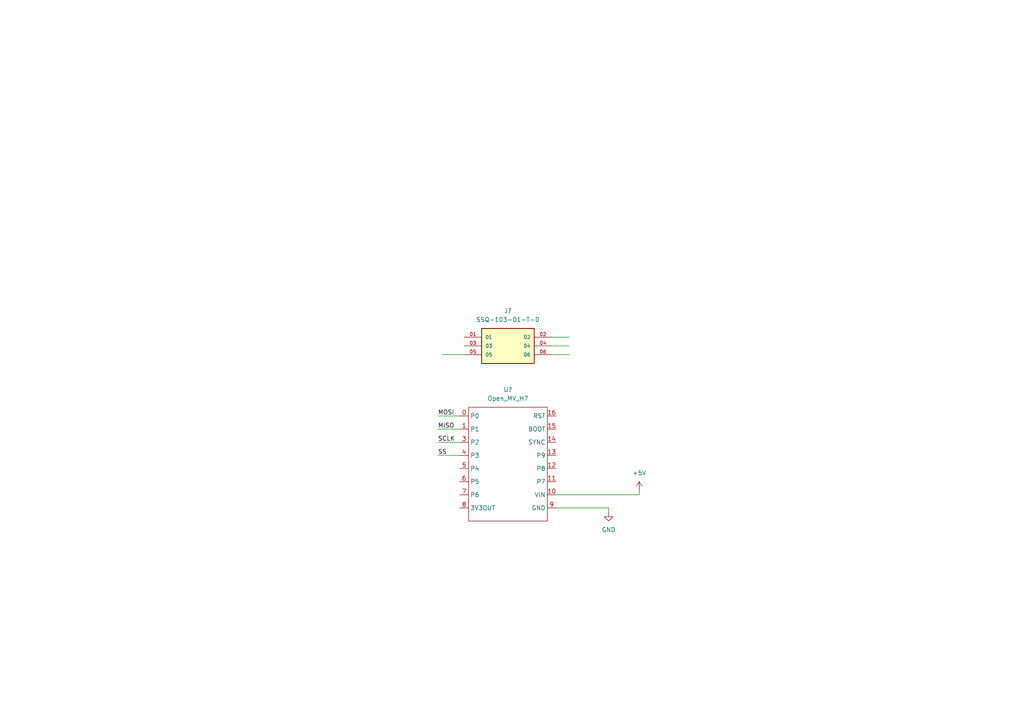
<source format=kicad_sch>
(kicad_sch (version 20211123) (generator eeschema)
  (paper "A4")
  (lib_symbols
    (symbol "New_Library:Open_MV_H7"
      (property "Reference" "U" (at 11.43 -34.29 0))
      (property "Value" "Open_MV_H7" (at 11.43 -36.83 0))
      (symbol "Open_MV_H7_0_0"
        (text "" (at -1.27 -34.29 0) (effects (font (size 1.27 1.27))))
        (text "" (at -1.27 -26.67 0) (effects (font (size 1.27 1.27))))
        (text "" (at -1.27 -22.86 0) (effects (font (size 1.27 1.27))))
        (text "" (at -1.27 -19.05 0) (effects (font (size 1.27 1.27))))
        (text "" (at -1.27 -15.24 0) (effects (font (size 1.27 1.27))))
        (text "" (at -1.27 -11.43 0) (effects (font (size 1.27 1.27))))
        (text "" (at -1.27 -7.62 0) (effects (font (size 1.27 1.27))))
        (text "" (at -1.27 -3.81 0) (effects (font (size 1.27 1.27))))
        (text "" (at 24.13 -26.67 0) (effects (font (size 1.27 1.27))))
        (text "" (at 24.13 -22.86 0) (effects (font (size 1.27 1.27))))
        (text "" (at 24.13 -19.05 0) (effects (font (size 1.27 1.27))))
        (text "" (at 24.13 -15.24 0) (effects (font (size 1.27 1.27))))
        (text "" (at 24.13 -11.43 0) (effects (font (size 1.27 1.27))))
        (text "" (at 24.13 -7.62 0) (effects (font (size 1.27 1.27))))
        (text "" (at 24.13 -3.81 0) (effects (font (size 1.27 1.27))))
      )
      (symbol "Open_MV_H7_0_1"
        (rectangle (start 0 0) (end 22.86 -33.02))
      )
      (symbol "Open_MV_H7_1_1"
        (pin bidirectional line (at -2.54 -2.54 0) (length 2.54) (name "P0") (number "0"))
        (pin bidirectional line (at -2.54 -6.35 0) (length 2.54) (name "P1") (number "1"))
        (pin bidirectional line (at 25.4 -25.4 180) (length 2.54) (name "VIN") (number "10"))
        (pin bidirectional line (at 25.4 -21.59 180) (length 2.54) (name "P7") (number "11"))
        (pin bidirectional line (at 25.4 -17.78 180) (length 2.54) (name "P8") (number "12"))
        (pin bidirectional line (at 25.4 -13.97 180) (length 2.54) (name "P9") (number "13"))
        (pin bidirectional line (at 25.4 -10.16 180) (length 2.54) (name "SYNC") (number "14"))
        (pin bidirectional line (at 25.4 -6.35 180) (length 2.54) (name "BOOT") (number "15"))
        (pin bidirectional line (at 25.4 -2.54 180) (length 2.54) (name "RST") (number "16"))
        (pin bidirectional line (at -2.54 -10.16 0) (length 2.54) (name "P2") (number "3"))
        (pin bidirectional line (at -2.54 -13.97 0) (length 2.54) (name "P3") (number "4"))
        (pin bidirectional line (at -2.54 -17.78 0) (length 2.54) (name "P4") (number "5"))
        (pin bidirectional line (at -2.54 -21.59 0) (length 2.54) (name "P5") (number "6"))
        (pin bidirectional line (at -2.54 -25.4 0) (length 2.54) (name "P6") (number "7"))
        (pin bidirectional line (at -2.54 -29.21 0) (length 2.54) (name "3V3OUT") (number "8"))
        (pin bidirectional line (at 25.4 -29.21 180) (length 2.54) (name "GND") (number "9"))
      )
    )
    (symbol "SSQ-103-01-T-D:SSQ-103-01-T-D" (pin_names (offset 1.016))
      (property "Reference" "J" (at -8.12 5.08 0))
      (property "Value" "SSQ-103-01-T-D" (at -7.62 -7.62 0))
      (symbol "SSQ-103-01-T-D_0_0"
        (rectangle (start -7.62 -5.08) (end 7.62 5.08) (stroke (width 0.254)) (fill (type background)))
        (pin passive line (at -12.7 2.54 0) (length 5.08) (name "01") (number "01"))
        (pin passive line (at 12.7 2.54 180) (length 5.08) (name "02") (number "02"))
        (pin passive line (at -12.7 0 0) (length 5.08) (name "03") (number "03"))
        (pin passive line (at 12.7 0 180) (length 5.08) (name "04") (number "04"))
        (pin passive line (at -12.7 -2.54 0) (length 5.08) (name "05") (number "05"))
        (pin passive line (at 12.7 -2.54 180) (length 5.08) (name "06") (number "06"))
      )
    )
    (symbol "power:+5V" (power) (pin_names (offset 0))
      (property "Value" "+5V" (at 0 3.556 0))
      (symbol "+5V_0_1"
        (polyline (pts (xy -0.762 1.27) (xy 0 2.54)))
        (polyline (pts (xy 0 0) (xy 0 2.54)))
        (polyline (pts (xy 0 2.54) (xy 0.762 1.27)))
      )
      (symbol "+5V_1_1"
        (pin power_in line (at 0 0 90) (length 0) hide (name "+5V") (number "1"))
      )
    )
    (symbol "power:GND" (power) (pin_names (offset 0))
      (property "Value" "GND" (at 0 -3.81 0))
      (symbol "GND_0_1"
        (polyline (pts (xy 0 0) (xy 0 -1.27) (xy 1.27 -1.27) (xy 0 -2.54) (xy -1.27 -1.27) (xy 0 -1.27)))
      )
      (symbol "GND_1_1"
        (pin power_in line (at 0 0 270) (length 0) hide (name "GND") (number "1"))
      )
    )
  )
  (wire (pts (xy 127 132.08) (xy 133.35 132.08)))
  (wire (pts (xy 127 120.65) (xy 133.35 120.65)))
  (wire (pts (xy 160.02 102.87) (xy 165.1 102.87)))
  (wire (pts (xy 160.02 100.33) (xy 165.1 100.33)))
  (wire (pts (xy 161.29 143.51) (xy 185.42 143.51)))
  (wire (pts (xy 185.42 142.24) (xy 185.42 143.51)))
  (wire (pts (xy 127 124.46) (xy 133.35 124.46)))
  (wire (pts (xy 176.53 147.32) (xy 176.53 148.59)))
  (wire (pts (xy 127 128.27) (xy 133.35 128.27)))
  (wire (pts (xy 160.02 97.79) (xy 165.1 97.79)))
  (wire (pts (xy 128.27 102.87) (xy 134.62 102.87)))
  (wire (pts (xy 161.29 147.32) (xy 176.53 147.32)))
  (label "SS" (at 127 132.08 0))
  (label "MOSI" (at 127 120.65 0))
  (label "MISO" (at 127 124.46 0))
  (label "SCLK" (at 127 128.27 0))
  (symbol (lib_id "power:GND") (at 176.53 148.59 0) (unit 1)
    (property "Reference" "#PWR?" (effects hide))
    (property "Value" "GND" (at 176.53 153.67 0))
  )
  (symbol (lib_id "power:+5V") (at 185.42 142.24 0) (unit 1)
    (property "Reference" "#PWR?" (effects hide))
    (property "Value" "+5V" (at 185.42 137.16 0))
  )
  (symbol (lib_id "SSQ-103-01-T-D:SSQ-103-01-T-D") (at 147.32 100.33 0) (unit 1)
    (property "Reference" "J?" (at 147.32 90.17 0))
    (property "Value" "SSQ-103-01-T-D" (at 147.32 92.71 0))
    (property "Footprint" "SAMTEC_SSQ-103-01-T-D" (effects hide))
    (property "PARTREV" "R" (effects hide))
    (property "STANDARD" "Manufacturer Recommendations" (effects hide))
    (property "MANUFACTURER" "Samtec" (effects hide))
  )
  (symbol (lib_id "New_Library:Open_MV_H7") (at 135.89 118.11 0) (unit 1)
    (property "Reference" "U?" (at 147.32 113.03 0))
    (property "Value" "Open_MV_H7" (at 147.32 115.57 0))
  )
)
</source>
